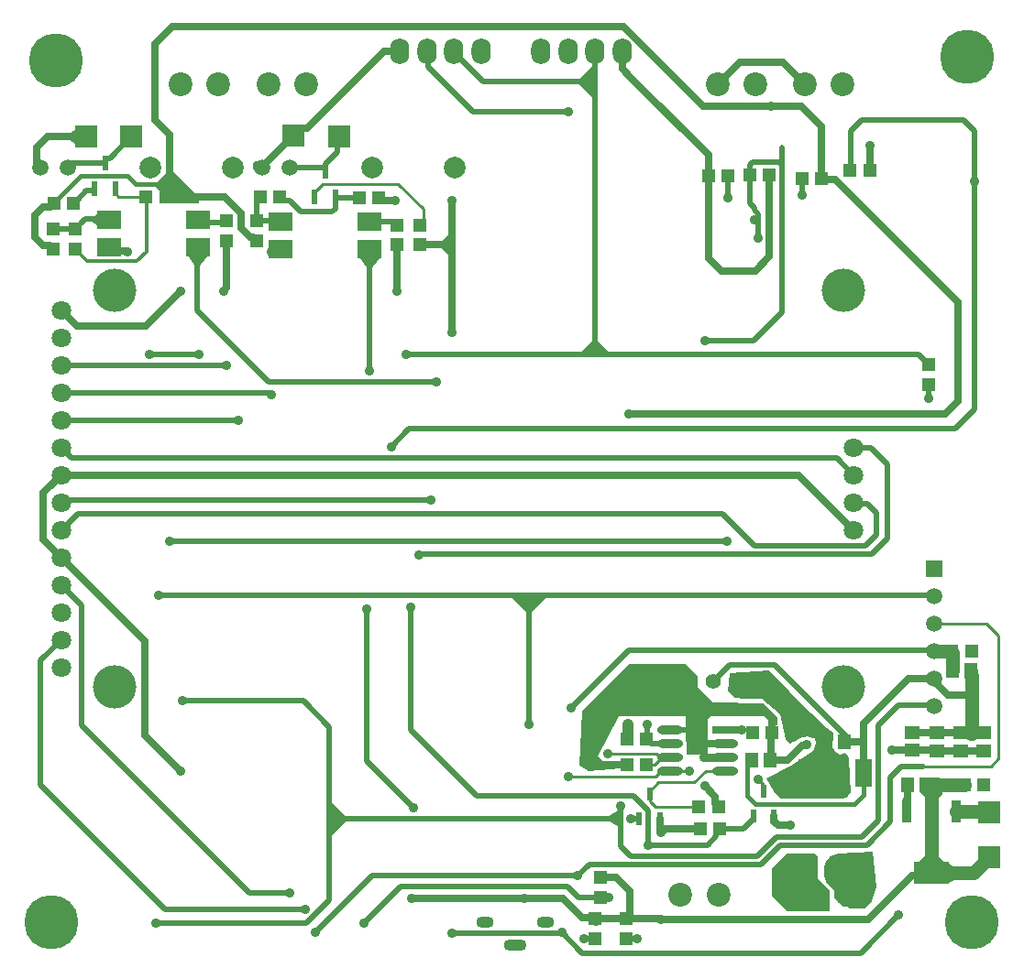
<source format=gbl>
G04*
G04 #@! TF.GenerationSoftware,Altium Limited,Altium Designer,21.5.1 (32)*
G04*
G04 Layer_Physical_Order=2*
G04 Layer_Color=16711680*
%FSAX24Y24*%
%MOIN*%
G70*
G04*
G04 #@! TF.SameCoordinates,E50B5674-5FFA-4352-8543-23BF37AEB5C9*
G04*
G04*
G04 #@! TF.FilePolarity,Positive*
G04*
G01*
G75*
%ADD11C,0.0100*%
%ADD37R,0.0236X0.0571*%
%ADD39R,0.0492X0.0512*%
%ADD47R,0.0492X0.0551*%
%ADD48R,0.0551X0.0492*%
%ADD73C,0.0200*%
%ADD74C,0.0250*%
%ADD75C,0.0500*%
%ADD76C,0.0300*%
%ADD78C,0.0120*%
%ADD79C,0.0400*%
%ADD80C,0.1575*%
%ADD81C,0.0709*%
%ADD82C,0.0591*%
%ADD83C,0.0787*%
%ADD84R,0.0591X0.0591*%
%ADD85C,0.0866*%
%ADD86C,0.0551*%
%ADD87O,0.0700X0.0950*%
%ADD88O,0.0827X0.0433*%
%ADD89O,0.0630X0.0433*%
%ADD90C,0.1969*%
%ADD91C,0.0360*%
%ADD92R,0.0866X0.0669*%
%ADD93R,0.0787X0.0787*%
%ADD94R,0.0787X0.0787*%
%ADD95R,0.1260X0.0827*%
%ADD96R,0.0354X0.0827*%
%ADD97R,0.0591X0.0984*%
%ADD98R,0.0236X0.0453*%
%ADD99O,0.0945X0.0315*%
%ADD100R,0.0945X0.0315*%
%ADD101R,0.0512X0.0492*%
%ADD102C,0.0150*%
G36*
X030150Y043300D02*
X029450Y044000D01*
X030150Y044700D01*
Y043300D01*
D02*
G37*
G36*
X011300Y042000D02*
Y041650D01*
X010800Y042000D01*
X011300Y042300D01*
Y042000D01*
D02*
G37*
G36*
X015700Y039800D02*
Y039550D01*
X014300D01*
Y040000D01*
X014100Y040200D01*
Y040250D01*
X014600Y040750D01*
X014750D01*
X015700Y039800D01*
D02*
G37*
G36*
X012200Y038950D02*
X012100Y038700D01*
X011700Y038950D01*
X012150Y039250D01*
X012200Y038950D01*
D02*
G37*
G36*
X024900Y038050D02*
Y037550D01*
X024400Y038050D01*
X024900Y038550D01*
Y038050D01*
D02*
G37*
G36*
X015650Y037150D02*
X015300Y037650D01*
X016050D01*
X015650Y037150D01*
D02*
G37*
G36*
X021900Y037100D02*
X021550Y037600D01*
X022300D01*
X021900Y037100D01*
D02*
G37*
G36*
X030800Y033950D02*
X029400D01*
X030100Y034650D01*
X030800Y033950D01*
D02*
G37*
G36*
X027700Y024600D02*
X027000Y025300D01*
X028400D01*
X027700Y024600D01*
D02*
G37*
G36*
X037950Y021000D02*
X038000D01*
X038250Y020750D01*
X038556Y020444D01*
X038792Y020290D01*
Y020000D01*
X038717Y019953D01*
X038758Y019742D01*
X038800Y019700D01*
Y019650D01*
X038883Y019567D01*
X038950Y019550D01*
X039000Y019500D01*
X039200Y019550D01*
X039300Y019450D01*
X039350Y019350D01*
X039406Y018106D01*
X039350Y018050D01*
X039300Y017950D01*
X039100Y017900D01*
X036845Y017875D01*
X036606Y018163D01*
X036354Y018608D01*
X037254Y019097D01*
X038037Y019635D01*
X038150Y019892D01*
X038106Y020100D01*
X038050D01*
X037850Y020150D01*
X037538Y020087D01*
X037500Y020050D01*
X037400Y020000D01*
X037300Y019950D01*
X037200Y019900D01*
X037100Y019950D01*
X037046Y020054D01*
X036832Y020949D01*
X036178Y021530D01*
X036175Y021525D01*
X035529D01*
X035216Y021553D01*
X034947Y021777D01*
X034950Y021800D01*
X035000Y022450D01*
X036450Y022550D01*
Y022550D01*
Y022550D01*
X037950Y021000D01*
D02*
G37*
G36*
X033850Y022350D02*
Y021950D01*
X034400Y021400D01*
X036200Y021350D01*
X036750Y020850D01*
Y020550D01*
X036400D01*
Y020750D01*
X036250Y020900D01*
X034300D01*
X034200Y020750D01*
X034100D01*
Y020550D01*
X034050Y020500D01*
X034150Y020400D01*
Y019700D01*
X033950Y019500D01*
X033450D01*
X033407Y020450D01*
X033400D01*
Y020900D01*
X030986D01*
X030217Y019433D01*
X030575Y019075D01*
X031050Y019000D01*
X029892Y018900D01*
X029600Y019050D01*
X029550Y019100D01*
X029650Y021100D01*
X030900Y022350D01*
Y022350D01*
X031350Y022800D01*
X033400D01*
X033850Y022350D01*
D02*
G37*
G36*
X042750Y018550D02*
Y018050D01*
X042600Y017900D01*
Y017450D01*
X042100D01*
Y017950D01*
X041900Y018150D01*
Y018650D01*
X042650D01*
X042750Y018550D01*
D02*
G37*
G36*
X031000Y017100D02*
X030949Y016894D01*
X030574Y017094D01*
X030600Y017250D01*
X030950Y017450D01*
X031000Y017100D01*
D02*
G37*
G36*
X021150Y017150D02*
X020450Y016450D01*
Y017850D01*
X021150Y017150D01*
D02*
G37*
G36*
X042850Y015550D02*
X041850D01*
X042350Y016050D01*
X042850Y015550D01*
D02*
G37*
G36*
X043600Y015150D02*
X042900Y014800D01*
Y015550D01*
X043600Y015150D01*
D02*
G37*
G36*
X040350Y014650D02*
X040250Y014350D01*
X040150Y014100D01*
X040100D01*
X039900Y013900D01*
X039350D01*
X039300Y013950D01*
X039150D01*
X039000Y014100D01*
X038950D01*
Y014150D01*
X038800Y014300D01*
Y014450D01*
Y014550D01*
X038733Y014633D01*
X038700Y014650D01*
X038550Y014800D01*
X038500Y014900D01*
X038450Y015100D01*
Y015150D01*
Y015300D01*
Y015400D01*
X038500Y015600D01*
X038650Y015750D01*
Y015800D01*
X038950Y015900D01*
X040200Y015950D01*
X040350Y014650D01*
D02*
G37*
G36*
X038100Y015900D02*
X038200Y015800D01*
Y014992D01*
X038650Y014542D01*
Y013800D01*
X037100D01*
X036550Y014350D01*
Y015350D01*
X037100Y015900D01*
X038100Y015900D01*
D02*
G37*
%LPC*%
G36*
X036575Y022027D02*
Y021825D01*
X036638Y021762D01*
X036575Y022027D01*
D02*
G37*
G36*
X038365Y020045D02*
X038417Y019993D01*
X038426Y020009D01*
X038435Y020022D01*
X038365Y020045D01*
D02*
G37*
%LPD*%
D11*
X044350Y024250D02*
X044793Y023807D01*
Y019343D02*
Y023807D01*
X042450Y024250D02*
X044350D01*
X012412Y038974D02*
X012436Y038950D01*
X011210Y038610D02*
X011406Y038806D01*
X011200Y038610D02*
X011210D01*
X032338Y019538D02*
X032477Y019400D01*
X030594Y019538D02*
X032338D01*
X032477Y019400D02*
X032557D01*
X012794Y039800D02*
X013790D01*
X012674Y039920D02*
X012794Y039800D01*
X013790D02*
X013800D01*
X012674Y039920D02*
Y040087D01*
X042251Y015079D02*
X042350Y015178D01*
X032850Y018900D02*
X033550D01*
X032496D02*
X032850D01*
X042060Y019050D02*
X044500D01*
X044793Y019343D01*
X032296Y018700D02*
X032496Y018900D01*
X029150Y018700D02*
X032296D01*
X035750Y020400D02*
X035850Y020300D01*
X036050Y018600D02*
X036250Y018400D01*
Y018143D02*
Y018400D01*
X034850Y020400D02*
X035750D01*
X031274Y020050D02*
X031300Y020076D01*
X031994Y020050D02*
X032144Y019900D01*
X031994Y020050D02*
X032000Y020056D01*
X034600Y014400D02*
Y014400D01*
X034150Y018900D02*
X034850D01*
X032424Y018475D02*
X033725D01*
X034150Y018900D01*
X030300Y014290D02*
X030340Y014250D01*
X020221Y040250D02*
X022957D01*
X019926Y039955D02*
X020221Y040250D01*
X022957D02*
X023862Y039345D01*
X030206Y019353D02*
X030206Y019353D01*
X023862Y038872D02*
Y039345D01*
X023750Y038760D02*
X023862Y038872D01*
X019926Y039787D02*
Y039955D01*
X031706Y017137D02*
X031726Y017157D01*
X032100Y017800D02*
X032300Y017600D01*
X032100Y017800D02*
Y018151D01*
X032300Y017600D02*
X033890D01*
X011406Y038806D02*
Y038816D01*
X020674Y039787D02*
X020711Y039750D01*
X018660Y039800D02*
X018807Y039653D01*
X018675Y038910D02*
X018685Y038900D01*
X017812Y039672D02*
X017940Y039800D01*
X017800Y038910D02*
X017812Y038922D01*
X020300Y040713D02*
Y040782D01*
X020232Y040850D02*
X020300Y040782D01*
X036860Y040971D02*
X036867Y040978D01*
X035740Y040971D02*
X035799Y041030D01*
X024984Y045053D02*
Y045100D01*
X032100Y018151D02*
X032424Y018475D01*
X034090Y020690D02*
X034100Y020700D01*
X034090Y020710D02*
X034100Y020700D01*
X041444Y017422D02*
X041513Y017354D01*
X042530Y020300D02*
X042550Y020280D01*
X015660Y037950D02*
X015664D01*
X042350Y017422D02*
Y017513D01*
X010800Y040850D02*
X010963Y041013D01*
X037826Y014596D02*
X038022Y014400D01*
X022907Y038760D02*
Y038900D01*
X035876Y017150D02*
Y017257D01*
X032557Y019400D02*
X032850D01*
X032270Y019112D02*
X032557Y019400D01*
X031994Y019112D02*
X032270D01*
X041444Y017422D02*
X041470Y017448D01*
D37*
X012300Y041013D02*
D03*
X011926Y040087D02*
D03*
X012674D02*
D03*
X020674Y039787D02*
D03*
X019926D02*
D03*
X020300Y040713D02*
D03*
D39*
X021540Y039750D02*
D03*
X022260D02*
D03*
X014510Y039800D02*
D03*
X013790D02*
D03*
X010440Y039550D02*
D03*
X011160D02*
D03*
X031274Y019112D02*
D03*
X031994D02*
D03*
Y020050D02*
D03*
X031274D02*
D03*
X034610Y017600D02*
D03*
X033890D02*
D03*
X033940Y016800D02*
D03*
X034660D02*
D03*
X036560Y020300D02*
D03*
X035840D02*
D03*
X044260Y018400D02*
D03*
X043540D02*
D03*
X043090Y023250D02*
D03*
X043810D02*
D03*
X034240Y040550D02*
D03*
X034960D02*
D03*
X035740Y040600D02*
D03*
X036460D02*
D03*
X037640Y040450D02*
D03*
X038360D02*
D03*
X039390Y040750D02*
D03*
X040110D02*
D03*
X017940Y039800D02*
D03*
X018660D02*
D03*
D47*
X036480Y019300D02*
D03*
X035820D02*
D03*
X043780Y022550D02*
D03*
X043120D02*
D03*
X041470Y018400D02*
D03*
X042130D02*
D03*
X039180Y019950D02*
D03*
X038520D02*
D03*
D48*
X041650Y019640D02*
D03*
Y020300D02*
D03*
X042550Y019620D02*
D03*
Y020280D02*
D03*
X043400Y019620D02*
D03*
Y020280D02*
D03*
X044250Y019620D02*
D03*
Y020280D02*
D03*
D73*
X029490Y015080D02*
X029910Y015500D01*
X036150D01*
X036850Y016200D01*
X031400Y015800D02*
X036000D01*
X036700Y016500D01*
X031034Y016166D02*
X031400Y015800D01*
X032050Y016200D02*
X034200D01*
X034514Y016654D02*
X034660Y016800D01*
X034514Y016514D02*
Y016654D01*
X022000Y015080D02*
X029490D01*
X021700Y013350D02*
X023050Y014700D01*
X029100D01*
X029510Y014290D01*
X030300D01*
X036783Y041062D02*
X036867Y040978D01*
X035740Y040971D02*
X035830Y041062D01*
X035740Y039553D02*
Y040971D01*
X035830Y041062D02*
X036783D01*
X036906Y035593D02*
Y041589D01*
X034955Y039750D02*
Y040545D01*
X039400Y040750D02*
Y042200D01*
X039800Y042600D01*
X043500D01*
X043900Y040350D02*
Y042200D01*
Y032050D02*
Y040350D01*
X042350Y025300D02*
X042450Y025200D01*
X041150Y021300D02*
X042450D01*
X042247Y032956D02*
X042253Y032949D01*
X034955Y040545D02*
X034960Y040550D01*
X036055Y038300D02*
Y039152D01*
X035900Y039307D02*
Y039393D01*
Y039307D02*
X036055Y039152D01*
X035740Y039553D02*
X035900Y039393D01*
X011564Y038974D02*
X012412D01*
X011406Y038816D02*
X011564Y038974D01*
X035000Y022750D02*
X036650D01*
X034400Y022150D02*
X035000Y022750D01*
X020549Y039250D02*
X020666Y039367D01*
X019400Y039250D02*
X020549D01*
X020666Y039724D02*
X020692Y039750D01*
X020666Y039367D02*
Y039724D01*
X018997Y039653D02*
X019400Y039250D01*
X010713Y025672D02*
X011450Y024935D01*
Y020550D02*
Y024935D01*
X031034Y016166D02*
Y017150D01*
Y017150D02*
Y017620D01*
X020450Y017150D02*
X020450Y017150D01*
X031034D01*
X031034Y017150D01*
X031708Y017139D02*
Y017155D01*
X031416D02*
X031708D01*
X031414Y017154D02*
X031416Y017155D01*
X015660Y035640D02*
X018250Y033050D01*
X024350D01*
X015660Y035640D02*
Y037950D01*
X011085Y030300D02*
X038896D01*
X039524Y029672D01*
X010713Y030672D02*
X011085Y030300D01*
X043500Y042600D02*
X043900Y042200D01*
X024056Y044511D02*
Y045044D01*
X024000Y045100D02*
X024056Y045044D01*
Y044511D02*
X025667Y042900D01*
X029150D01*
X042253Y032453D02*
Y032949D01*
X042250Y032450D02*
X042253Y032453D01*
X034100Y034550D02*
X035863D01*
X036906Y035593D01*
X026037Y044000D02*
X030119D01*
Y045100D01*
X023250Y034050D02*
X030119D01*
X041882D01*
X030119Y034118D02*
Y044000D01*
X030100Y034100D02*
X030119Y034118D01*
X042101Y033822D02*
Y033832D01*
X042247Y033676D02*
X042257D01*
X042101Y033822D02*
X042247Y033676D01*
X041882Y034050D02*
X042101Y033832D01*
X021900Y033450D02*
Y037886D01*
X021914Y037900D01*
X040850Y018650D02*
X041250Y019050D01*
X042060D01*
X023400Y020400D02*
Y024850D01*
X025800Y018000D02*
X031510D01*
X023400Y020400D02*
X025800Y018000D01*
X021800Y019250D02*
X023500Y017550D01*
X021800Y019250D02*
Y024800D01*
X009950Y018400D02*
Y022909D01*
Y018400D02*
X014481Y013869D01*
X009950Y022909D02*
X010713Y023672D01*
X014481Y013869D02*
X019581D01*
X011450Y020550D02*
X017550Y014450D01*
X019000D01*
X024900Y012950D02*
X024930Y012980D01*
X028870D01*
X028900Y013010D01*
X031645Y012795D02*
X031650Y012800D01*
X031265Y012795D02*
X031645D01*
X030095D02*
X030100Y012790D01*
X029705Y012795D02*
X030095D01*
X029700Y012800D02*
X029705Y012795D01*
X028900Y013010D02*
X029638Y012272D01*
X039772D01*
X041150Y013650D01*
X014250Y025300D02*
X027700D01*
Y020600D02*
Y025300D01*
X042350D01*
X040152Y030648D02*
X040750Y030050D01*
X039507Y030648D02*
X040152D01*
X040750Y027350D02*
Y030050D01*
X023857Y026794D02*
X040194D01*
X040750Y027350D01*
X040350Y027500D02*
Y028300D01*
X035906Y027094D02*
X039944D01*
X040350Y027500D01*
X040014Y028636D02*
X040350Y028300D01*
X039507Y028648D02*
X039519Y028636D01*
X040014D01*
X011298Y028250D02*
X034750D01*
X035906Y027094D01*
X015100Y021450D02*
X019500D01*
X031350Y023300D02*
X042800D01*
X029250Y021200D02*
X031350Y023300D01*
X040850Y017050D02*
Y018650D01*
X036850Y016200D02*
X040000D01*
X040850Y017050D01*
X036700Y016500D02*
X039800D01*
X019950Y013030D02*
X022000Y015080D01*
X032000Y020056D02*
Y020600D01*
X034090Y020360D02*
X034100Y020350D01*
X034050Y020400D02*
X034090Y020360D01*
X032850Y020400D02*
X034050D01*
X031510Y018000D02*
X032044Y017466D01*
X034200Y016200D02*
X034514Y016514D01*
X032044Y016206D02*
Y017466D01*
Y016206D02*
X032050Y016200D01*
X030340Y014250D02*
X030385Y014295D01*
X030595D01*
X030600Y014300D01*
X020450Y017150D02*
Y020500D01*
X019500Y021450D02*
X020450Y020500D01*
Y014200D02*
Y017150D01*
X019600Y013350D02*
X020450Y014200D01*
X014650Y027250D02*
X034900D01*
X014150Y013350D02*
X019600D01*
X010713Y031672D02*
X010724Y031661D01*
X017139D02*
X017150Y031650D01*
X010724Y031661D02*
X017139D01*
X010763Y033581D02*
X010842Y033661D01*
X016689D01*
X016700Y033650D01*
X013900Y034050D02*
X015700D01*
X023731Y026781D02*
X023844D01*
X023700Y026750D02*
X023731Y026781D01*
X023844D02*
X023857Y026794D01*
X012471Y041198D02*
X013254Y041980D01*
X012318Y041198D02*
X012471D01*
X012300Y041180D02*
X012318Y041198D01*
X012300Y041027D02*
Y041180D01*
X032144Y019900D02*
X032850D01*
X023350Y031350D02*
X043200D01*
X043900Y032050D01*
X022700Y030700D02*
X023350Y031350D01*
X010696Y027648D02*
X011298Y028250D01*
X010793Y028745D02*
X011064D01*
X011067Y028748D02*
X024128D01*
X010696Y028648D02*
X010793Y028745D01*
X011064D02*
X011067Y028748D01*
X039800Y016500D02*
X040400Y017100D01*
Y020550D01*
X041150Y021300D01*
X024128Y028748D02*
X024150Y028770D01*
X018307Y032600D02*
X018344D01*
X018259Y032648D02*
X018307Y032600D01*
X010696Y032648D02*
X018259D01*
X020318Y040800D02*
Y040990D01*
X020751Y041423D01*
X020300Y040782D02*
X020318Y040800D01*
X020751Y041423D02*
Y041951D01*
X020800Y042000D01*
X011908Y040015D02*
X011926Y040033D01*
X011625Y040015D02*
X011908D01*
X011926Y040033D02*
Y040087D01*
X011316Y039706D02*
X011625Y040015D01*
X011306Y039706D02*
X011316D01*
X011160Y039560D02*
X011306Y039706D01*
X011160Y039550D02*
Y039560D01*
X024984Y045053D02*
X026037Y044000D01*
X036650Y022750D02*
X039300Y020100D01*
X015764Y038850D02*
X016560D01*
X015664Y038950D02*
X015764Y038850D01*
X020711Y039750D02*
X021540D01*
X018807Y039653D02*
X018997D01*
X017800Y038910D02*
X018675D01*
X017812Y038922D02*
Y039672D01*
X018800Y040850D02*
X020232D01*
X036867Y040978D02*
X036906Y040939D01*
X021914Y038900D02*
X022907D01*
X010963Y041013D02*
X012300D01*
X034660Y016800D02*
X035526D01*
X035876Y017150D01*
X037640Y039840D02*
Y040450D01*
X010400Y038610D02*
X011200Y038610D01*
D74*
X043779Y020280D02*
X043799D01*
X031103Y044447D02*
X031450Y044100D01*
X031450D01*
X031103Y044447D02*
Y045100D01*
X031428Y044125D02*
X034240Y041313D01*
X038360Y040450D02*
X038395Y040415D01*
X038835D02*
X043300Y035950D01*
Y032350D02*
Y035950D01*
X038395Y040415D02*
X038835D01*
X038360Y040450D02*
Y042341D01*
X043799Y020280D02*
X044250D01*
X041470Y017448D02*
Y018400D01*
X017939Y040812D02*
X019146Y042020D01*
X009800Y040850D02*
Y041602D01*
X017800Y040850D02*
Y040942D01*
X014510Y039800D02*
X016650D01*
X014650Y039688D02*
Y042050D01*
X014510Y039800D02*
Y039825D01*
X014100Y042600D02*
X014650Y042050D01*
X036550Y020300D02*
Y020850D01*
X041650Y019640D02*
X042550D01*
X036520Y019300D02*
Y020260D01*
X023750Y038053D02*
X024900D01*
X043799Y021650D02*
X043850D01*
X042958D02*
X043799D01*
X042450Y022158D02*
X042958Y021650D01*
X042450Y022158D02*
Y022250D01*
X043400Y020280D02*
X043779D01*
X041500Y022250D02*
X042450D01*
X039874Y020624D02*
X041500Y022250D01*
X040900Y019650D02*
X040905Y019645D01*
X041645D02*
X041650Y019640D01*
X040905Y019645D02*
X041645D01*
X032670Y016790D02*
X033940D01*
X031250Y013510D02*
X032500D01*
X029979Y013571D02*
X030150Y013400D01*
X009800Y041602D02*
X010198Y042000D01*
X013079Y037821D02*
X013100Y037800D01*
X012565Y037821D02*
X013079D01*
X012436Y037950D02*
X012565Y037821D01*
X017579Y038311D02*
X017679D01*
X016650Y039800D02*
X017250Y039200D01*
Y038640D02*
Y039200D01*
X017679Y038311D02*
X017800Y038190D01*
X017250Y038640D02*
X017579Y038311D01*
X016700Y036480D02*
Y038150D01*
X016600Y036380D02*
X016700Y036480D01*
X016600Y036350D02*
Y036380D01*
X042130Y018370D02*
X042350Y018150D01*
Y017513D02*
Y018150D01*
X042130Y018370D02*
Y018400D01*
X030447Y019112D02*
X031274D01*
X031250Y022150D02*
X033400D01*
X030100Y021000D02*
X031250Y022150D01*
X014100Y042600D02*
Y045350D01*
X014749Y045999D02*
X031142D01*
X014100Y045350D02*
X014749Y045999D01*
X023003Y045087D02*
X023016Y045100D01*
X031142Y045999D02*
X034041Y043100D01*
X023016Y045097D02*
Y045100D01*
X019638Y042288D02*
X022437Y045087D01*
X023003D01*
X034041Y043100D02*
X036510D01*
X019415Y042288D02*
X019638D01*
X019146Y042020D02*
X019415Y042288D01*
X036510Y043100D02*
X037601D01*
X038360Y042341D01*
X042850Y031900D02*
X043300Y032350D01*
X031350Y031900D02*
X042850D01*
X010440Y039550D02*
Y039550D01*
X009729Y039129D02*
X010029Y039429D01*
X010319D02*
X010440Y039550D01*
X010029Y039429D02*
X010319D01*
X009729Y038321D02*
Y039129D01*
X015030Y036350D02*
X015050D01*
X013780Y035100D02*
X015030Y036350D01*
X011285Y035100D02*
X013780D01*
X010713Y035672D02*
X011285Y035100D01*
X041629Y015079D02*
X042251D01*
X040105Y040755D02*
X040110Y040750D01*
X040105Y040755D02*
Y041495D01*
X040100Y041500D02*
X040105Y041495D01*
X010198Y042000D02*
X011600D01*
X024900Y038053D02*
Y039650D01*
Y034850D02*
Y038053D01*
X022260Y039750D02*
X022339Y039671D01*
X022829D01*
X022850Y039650D01*
X022903Y036353D02*
Y038037D01*
X022900Y036350D02*
X022903Y036353D01*
Y038037D02*
X022907Y038040D01*
X018586Y037800D02*
X018686Y037900D01*
X018350Y037800D02*
X018586D01*
X039874Y019950D02*
Y020624D01*
Y018820D02*
Y019950D01*
X039180D02*
X039874D01*
X036520Y019300D02*
X037101D01*
X037630Y019829D01*
X037779D01*
X037800Y019850D01*
X036480Y019300D02*
X036520D01*
Y020260D02*
X036560Y020300D01*
X034090Y020710D02*
Y021460D01*
X030100Y013510D02*
X031250D01*
X032500Y013500D02*
X040050D01*
X041629Y015079D01*
X029629Y013571D02*
X029979D01*
X028950Y014250D02*
X029629Y013571D01*
X027550Y014250D02*
X028950D01*
X013750Y020179D02*
X015030Y018899D01*
X042130Y018400D02*
X042550D01*
X023450Y014250D02*
X027520D01*
X034090Y020360D02*
Y020690D01*
Y019900D02*
Y020360D01*
X033400Y022150D02*
X034072Y021478D01*
X034489Y017721D02*
Y017961D01*
Y017721D02*
X034610Y017600D01*
X034100Y018350D02*
X034489Y017961D01*
X032530Y016650D02*
X032670Y016790D01*
X032500Y016650D02*
X032530D01*
X032481Y016669D02*
Y017150D01*
Y016669D02*
X032500Y016650D01*
X032474Y017157D02*
X032481Y017150D01*
X036770Y016913D02*
X037217D01*
X036624Y017059D02*
Y017257D01*
Y017059D02*
X036770Y016913D01*
X030890Y015010D02*
X031381Y014519D01*
Y013531D02*
Y014519D01*
X030300Y015010D02*
X030890D01*
X010050Y029009D02*
X010713Y029672D01*
X010050Y027335D02*
X013750Y023635D01*
X010050Y027335D02*
Y029009D01*
X013750Y020179D02*
Y023635D01*
X037524Y029672D02*
X039524Y027672D01*
X010713Y029672D02*
X037524D01*
X034700Y037100D02*
X035950D01*
X036460Y037610D02*
Y040600D01*
X035950Y037100D02*
X036460Y037610D01*
X034240Y037560D02*
X034700Y037100D01*
X034240Y037560D02*
Y040419D01*
X034572Y043900D02*
X035372Y044700D01*
X036950D01*
X037750Y043900D01*
X034240Y040550D02*
Y041313D01*
X010279Y038011D02*
X010400Y037890D01*
X010039Y038011D02*
X010279D01*
X009729Y038321D02*
X010039Y038011D01*
X041650Y020300D02*
X042530D01*
X034090Y019400D02*
Y019900D01*
X034850D01*
X037826Y018820D02*
X038520Y019514D01*
Y019950D01*
X036342Y022150D02*
X038520Y019950D01*
X035400Y022150D02*
X036342D01*
X043400Y019620D02*
X044250D01*
X042550D02*
X043400D01*
X042550Y020280D02*
X043400D01*
D75*
X043256Y017422D02*
X044428D01*
X043799Y020280D02*
Y021650D01*
X043779Y020271D02*
Y020280D01*
X043799Y021650D02*
Y022358D01*
X043779Y020271D02*
X043800Y020250D01*
X043784Y022372D02*
X043799Y022358D01*
X043784Y022372D02*
Y022524D01*
X042350Y015178D02*
Y017422D01*
Y015100D02*
Y015178D01*
X042550Y018400D02*
X043540D01*
X043862Y015178D02*
X044430Y015746D01*
X042350Y015178D02*
X043862D01*
X043116Y022554D02*
X043120Y022550D01*
X043116Y022554D02*
Y023184D01*
X043100Y023200D02*
X043116Y023184D01*
X042450Y023250D02*
X043050D01*
X038822Y018578D02*
X038850Y018550D01*
X037826Y018624D02*
X037872Y018578D01*
X038822D01*
X037826Y018624D02*
Y018820D01*
X039828Y015319D02*
X039871Y015362D01*
X039400Y014448D02*
X039828Y014876D01*
X039400Y014400D02*
Y014448D01*
X039828Y014876D02*
Y015319D01*
X037826Y014596D02*
Y015380D01*
D76*
X034090Y019400D02*
X034850D01*
D78*
X011200Y037890D02*
X011210D01*
X011640Y037450D02*
X013450D01*
X011396Y037694D02*
X011640Y037450D01*
X013450D02*
X013800Y037800D01*
Y039800D01*
X011210Y037890D02*
X011396Y037704D01*
Y037694D02*
Y037704D01*
D79*
X031300Y020076D02*
Y020600D01*
D80*
X012650Y021943D02*
D03*
Y036400D02*
D03*
X039130Y021943D02*
D03*
Y036400D02*
D03*
D81*
X010713Y029672D02*
D03*
Y030672D02*
D03*
Y031672D02*
D03*
Y032672D02*
D03*
Y033672D02*
D03*
Y034672D02*
D03*
Y035672D02*
D03*
Y022672D02*
D03*
Y023672D02*
D03*
Y024672D02*
D03*
Y025672D02*
D03*
Y026672D02*
D03*
Y027672D02*
D03*
Y028672D02*
D03*
X039524Y027672D02*
D03*
Y028672D02*
D03*
Y029672D02*
D03*
Y030672D02*
D03*
D82*
X010950Y040850D02*
D03*
X009950D02*
D03*
X042450Y021250D02*
D03*
Y022250D02*
D03*
Y023250D02*
D03*
Y024250D02*
D03*
Y025250D02*
D03*
X019000Y040850D02*
D03*
X018000D02*
D03*
D83*
X016950D02*
D03*
X013950D02*
D03*
X025000D02*
D03*
X022000D02*
D03*
D84*
X042450Y026250D02*
D03*
D85*
X039128Y043900D02*
D03*
X037750D02*
D03*
X034600Y014400D02*
D03*
X033222D02*
D03*
X019628Y043900D02*
D03*
X018250D02*
D03*
X035950D02*
D03*
X034572D02*
D03*
X015040Y043887D02*
D03*
X016418D02*
D03*
X038022Y014400D02*
D03*
X039400D02*
D03*
D86*
X035400Y022150D02*
D03*
X033400D02*
D03*
X034400D02*
D03*
D87*
X029134Y045100D02*
D03*
X030119D02*
D03*
X031103D02*
D03*
X028150D02*
D03*
X024000D02*
D03*
X024984D02*
D03*
X025969D02*
D03*
X023016D02*
D03*
D88*
X027202Y012554D02*
D03*
D89*
X026100Y013400D02*
D03*
X028305D02*
D03*
D90*
X043650Y044900D02*
D03*
X010500Y044750D02*
D03*
X010350Y013400D02*
D03*
X043815D02*
D03*
D91*
X032050Y016200D02*
D03*
X043800Y023300D02*
D03*
X029490Y015080D02*
D03*
X014150Y013350D02*
D03*
X040900Y019650D02*
D03*
X013100Y037800D02*
D03*
X034950Y039750D02*
D03*
X035900Y038950D02*
D03*
X030594Y019538D02*
D03*
X031414Y017154D02*
D03*
X016600Y036350D02*
D03*
X043900Y040350D02*
D03*
X040100Y041650D02*
D03*
X029150Y042900D02*
D03*
X042250Y032450D02*
D03*
X034100Y034550D02*
D03*
X031350Y031900D02*
D03*
X024900Y039650D02*
D03*
X022850D02*
D03*
X021900Y033450D02*
D03*
X024900Y034850D02*
D03*
X023250Y034050D02*
D03*
X022900Y036350D02*
D03*
X018350Y037800D02*
D03*
X029150Y018700D02*
D03*
X037800Y019850D02*
D03*
X035450Y020400D02*
D03*
X036050Y018600D02*
D03*
X024900Y013000D02*
D03*
X031650Y012800D02*
D03*
X029700D02*
D03*
X041150Y013650D02*
D03*
X014250Y025300D02*
D03*
X021800Y024800D02*
D03*
X015100Y021450D02*
D03*
X015030Y018899D02*
D03*
X031250Y022150D02*
D03*
X044500Y017400D02*
D03*
X044250Y018400D02*
D03*
X042550D02*
D03*
X023450Y014250D02*
D03*
X027550D02*
D03*
X032000Y020600D02*
D03*
X031300D02*
D03*
X033550Y018900D02*
D03*
X027700Y020600D02*
D03*
X023400Y024850D02*
D03*
X034100Y018350D02*
D03*
X032500Y013500D02*
D03*
Y016650D02*
D03*
X041450Y017800D02*
D03*
X030600Y014300D02*
D03*
X021700Y013350D02*
D03*
X023500Y017550D02*
D03*
X019950Y013030D02*
D03*
X015700Y034050D02*
D03*
X017150Y031650D02*
D03*
X016700Y033650D02*
D03*
X013900Y034050D02*
D03*
X015030Y036350D02*
D03*
X014650Y027250D02*
D03*
X034900D02*
D03*
X023700Y026750D02*
D03*
X019000Y014450D02*
D03*
X037225Y016913D02*
D03*
X038850Y018550D02*
D03*
X029250Y021200D02*
D03*
X024150Y028770D02*
D03*
X022700Y030700D02*
D03*
X024350Y033050D02*
D03*
X019581Y013869D02*
D03*
X018350Y032600D02*
D03*
X036055Y038300D02*
D03*
X036510Y043100D02*
D03*
X034090Y019400D02*
D03*
X028900Y013010D02*
D03*
X031034Y017620D02*
D03*
X037640Y039840D02*
D03*
D92*
X021914Y038900D02*
D03*
Y037900D02*
D03*
X018686D02*
D03*
Y038900D02*
D03*
X012436Y038950D02*
D03*
Y037950D02*
D03*
X015664D02*
D03*
Y038950D02*
D03*
D93*
X019146Y042020D02*
D03*
X020800Y042000D02*
D03*
X013254Y041980D02*
D03*
X011600Y042000D02*
D03*
D94*
X044430Y015746D02*
D03*
X044450Y017400D02*
D03*
D95*
X042350Y015178D02*
D03*
D96*
X043256Y017422D02*
D03*
X042350D02*
D03*
X041444D02*
D03*
D97*
X037826Y018820D02*
D03*
X039874D02*
D03*
X037826Y015380D02*
D03*
X039874D02*
D03*
D98*
X036624Y017257D02*
D03*
X035876D02*
D03*
X036250Y018143D02*
D03*
X032100Y018043D02*
D03*
X031726Y017157D02*
D03*
X032474D02*
D03*
D99*
X034850Y018900D02*
D03*
X032850D02*
D03*
Y019400D02*
D03*
Y020400D02*
D03*
X034850Y019400D02*
D03*
Y019900D02*
D03*
X032850D02*
D03*
D100*
X034850Y020400D02*
D03*
D101*
X042257Y033676D02*
D03*
Y032956D02*
D03*
X016700Y038910D02*
D03*
Y038190D02*
D03*
X011200Y038610D02*
D03*
Y037890D02*
D03*
X010400Y037890D02*
D03*
Y038610D02*
D03*
X031250Y013510D02*
D03*
Y012790D02*
D03*
X030100Y013510D02*
D03*
Y012790D02*
D03*
X030300Y014290D02*
D03*
Y015010D02*
D03*
X022907Y038040D02*
D03*
Y038760D02*
D03*
X023750Y038040D02*
D03*
Y038760D02*
D03*
X017800Y038190D02*
D03*
Y038910D02*
D03*
D102*
X014500Y039750D02*
Y040000D01*
X010420Y039570D02*
X011400Y040550D01*
X014250Y040250D02*
X014500Y040000D01*
X035950Y017700D02*
X039550D01*
X039874Y018024D01*
Y018820D01*
X035650Y018000D02*
Y019130D01*
Y018000D02*
X035950Y017700D01*
X035650Y019130D02*
X035820Y019300D01*
X013100Y040550D02*
X013400Y040250D01*
X011400Y040550D02*
X013100D01*
X013400Y040250D02*
X014250D01*
M02*

</source>
